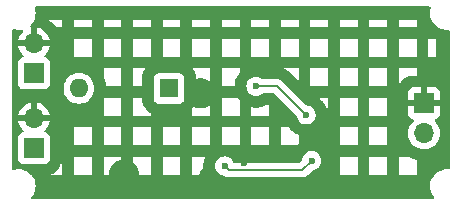
<source format=gbr>
%TF.GenerationSoftware,KiCad,Pcbnew,8.0.6*%
%TF.CreationDate,2025-06-18T20:25:26+05:30*%
%TF.ProjectId,Tiny Solar Suppy,54696e79-2053-46f6-9c61-722053757070,rev?*%
%TF.SameCoordinates,Original*%
%TF.FileFunction,Copper,L2,Bot*%
%TF.FilePolarity,Positive*%
%FSLAX46Y46*%
G04 Gerber Fmt 4.6, Leading zero omitted, Abs format (unit mm)*
G04 Created by KiCad (PCBNEW 8.0.6) date 2025-06-18 20:25:26*
%MOMM*%
%LPD*%
G01*
G04 APERTURE LIST*
%TA.AperFunction,ComponentPad*%
%ADD10R,1.600000X1.600000*%
%TD*%
%TA.AperFunction,ComponentPad*%
%ADD11O,1.600000X1.600000*%
%TD*%
%TA.AperFunction,ComponentPad*%
%ADD12R,1.700000X1.700000*%
%TD*%
%TA.AperFunction,ComponentPad*%
%ADD13O,1.700000X1.700000*%
%TD*%
%TA.AperFunction,ViaPad*%
%ADD14C,0.600000*%
%TD*%
%TA.AperFunction,Conductor*%
%ADD15C,0.200000*%
%TD*%
G04 APERTURE END LIST*
D10*
%TO.P,J3,1,Pin_1*%
%TO.N,Net-(J3-Pin_1)*%
X71745000Y-98425000D03*
D11*
%TO.P,J3,2,Pin_2*%
%TO.N,/BAT_P*%
X64125000Y-98425000D03*
%TD*%
D12*
%TO.P,J1,1,Pin_1*%
%TO.N,GNDD*%
X93345000Y-99695000D03*
D13*
%TO.P,J1,2,Pin_2*%
%TO.N,/OUT_P*%
X93345000Y-102235000D03*
%TD*%
D12*
%TO.P,J2,1,Pin_1*%
%TO.N,/BAT_P*%
X60325000Y-103505000D03*
D13*
%TO.P,J2,2,Pin_2*%
%TO.N,GNDD*%
X60325000Y-100965000D03*
%TD*%
D12*
%TO.P,J4,1,Pin_1*%
%TO.N,/SOLAR_P*%
X60325000Y-97160000D03*
D13*
%TO.P,J4,2,Pin_2*%
%TO.N,GNDD*%
X60325000Y-94620000D03*
%TD*%
D14*
%TO.N,Net-(U1-FB)*%
X76454000Y-105003600D03*
X83820000Y-104560000D03*
%TO.N,GNDD*%
X67945000Y-105725000D03*
X74422000Y-98856800D03*
X84531200Y-102057200D03*
X78105000Y-104775000D03*
X75565000Y-106045000D03*
%TO.N,Net-(J3-Pin_1)*%
X83362800Y-100685600D03*
X79105061Y-98256661D03*
%TD*%
D15*
%TO.N,Net-(U1-FB)*%
X76825400Y-105375000D02*
X76454000Y-105003600D01*
X83005000Y-105375000D02*
X76825400Y-105375000D01*
X83820000Y-104560000D02*
X83005000Y-105375000D01*
%TO.N,Net-(J3-Pin_1)*%
X83362800Y-100685600D02*
X80933861Y-98256661D01*
X80933861Y-98256661D02*
X79105061Y-98256661D01*
%TD*%
%TA.AperFunction,Conductor*%
%TO.N,GNDD*%
G36*
X93862992Y-91510485D02*
G01*
X93908747Y-91563289D01*
X93918691Y-91632447D01*
X93916158Y-91645241D01*
X93865822Y-91844008D01*
X93865818Y-91844028D01*
X93846681Y-92074993D01*
X93846681Y-92075006D01*
X93865818Y-92305971D01*
X93865820Y-92305979D01*
X93922717Y-92530658D01*
X94015817Y-92742905D01*
X94142581Y-92936933D01*
X94142584Y-92936936D01*
X94299558Y-93107455D01*
X94482457Y-93249812D01*
X94482459Y-93249813D01*
X94482462Y-93249815D01*
X94555543Y-93289364D01*
X94686293Y-93360122D01*
X94795899Y-93397750D01*
X94905502Y-93435377D01*
X94905504Y-93435377D01*
X94905506Y-93435378D01*
X95134115Y-93473526D01*
X95134116Y-93473526D01*
X95365883Y-93473526D01*
X95365885Y-93473526D01*
X95365886Y-93473525D01*
X95369755Y-93473205D01*
X95438191Y-93487283D01*
X95488153Y-93536126D01*
X95504000Y-93596781D01*
X95504000Y-105158218D01*
X95484315Y-105225257D01*
X95431511Y-105271012D01*
X95369768Y-105281795D01*
X95365891Y-105281474D01*
X95365885Y-105281474D01*
X95134115Y-105281474D01*
X95108257Y-105285789D01*
X94905502Y-105319622D01*
X94686297Y-105394876D01*
X94686286Y-105394881D01*
X94482462Y-105505184D01*
X94482459Y-105505186D01*
X94299560Y-105647543D01*
X94142581Y-105818066D01*
X94015817Y-106012094D01*
X93922717Y-106224341D01*
X93865820Y-106449020D01*
X93865818Y-106449028D01*
X93846681Y-106679993D01*
X93846681Y-106680006D01*
X93865818Y-106910971D01*
X93865820Y-106910979D01*
X93922717Y-107135658D01*
X94015817Y-107347905D01*
X94142581Y-107541933D01*
X94186478Y-107589617D01*
X94217400Y-107652271D01*
X94209540Y-107721697D01*
X94165393Y-107775853D01*
X94098976Y-107797544D01*
X94095248Y-107797600D01*
X60209752Y-107797600D01*
X60142713Y-107777915D01*
X60096958Y-107725111D01*
X60087014Y-107655953D01*
X60116039Y-107592397D01*
X60118522Y-107589617D01*
X60162416Y-107541936D01*
X60289182Y-107347906D01*
X60382283Y-107135657D01*
X60439180Y-106910979D01*
X60444348Y-106848608D01*
X60458319Y-106680006D01*
X60458319Y-106679993D01*
X60439181Y-106449028D01*
X60439180Y-106449025D01*
X60439180Y-106449021D01*
X60382283Y-106224343D01*
X60289182Y-106012094D01*
X60238537Y-105934576D01*
X60162418Y-105818066D01*
X60135630Y-105788967D01*
X60091289Y-105740800D01*
X61747522Y-105740800D01*
X62720800Y-105740800D01*
X63718800Y-105740800D01*
X65220800Y-105740800D01*
X66218800Y-105740800D01*
X66667006Y-105740800D01*
X66666602Y-105736442D01*
X66666602Y-105713559D01*
X66686267Y-105501342D01*
X66690472Y-105478849D01*
X66748797Y-105273858D01*
X66757063Y-105252521D01*
X66852061Y-105061738D01*
X66864107Y-105042282D01*
X66992545Y-104872204D01*
X67007960Y-104855294D01*
X67165462Y-104711711D01*
X67171201Y-104707377D01*
X68718800Y-104707377D01*
X68724538Y-104711711D01*
X68882040Y-104855294D01*
X68897455Y-104872204D01*
X69025893Y-105042282D01*
X69037939Y-105061738D01*
X69132937Y-105252521D01*
X69141203Y-105273858D01*
X69199528Y-105478849D01*
X69203733Y-105501342D01*
X69223398Y-105713559D01*
X69223398Y-105736442D01*
X69222994Y-105740800D01*
X70220800Y-105740800D01*
X71218800Y-105740800D01*
X72720800Y-105740800D01*
X73718800Y-105740800D01*
X74326988Y-105740800D01*
X74368797Y-105593858D01*
X74377063Y-105572521D01*
X74472061Y-105381738D01*
X74484107Y-105362282D01*
X74612545Y-105192204D01*
X74627960Y-105175295D01*
X74660158Y-105145941D01*
X74653575Y-105087507D01*
X74652990Y-105080579D01*
X74650630Y-105038561D01*
X74650435Y-105031607D01*
X74650435Y-105003596D01*
X75648435Y-105003596D01*
X75648435Y-105003603D01*
X75668630Y-105182849D01*
X75668631Y-105182854D01*
X75728211Y-105353123D01*
X75810800Y-105484561D01*
X75824184Y-105505862D01*
X75951738Y-105633416D01*
X75983081Y-105653110D01*
X76079284Y-105713559D01*
X76104478Y-105729389D01*
X76274745Y-105788968D01*
X76361668Y-105798761D01*
X76426079Y-105825826D01*
X76435464Y-105834300D01*
X76456684Y-105855520D01*
X76543495Y-105905639D01*
X76543497Y-105905641D01*
X76581551Y-105927611D01*
X76593615Y-105934577D01*
X76746343Y-105975501D01*
X76746346Y-105975501D01*
X76912053Y-105975501D01*
X76912069Y-105975500D01*
X82918331Y-105975500D01*
X82918347Y-105975501D01*
X82925943Y-105975501D01*
X83084054Y-105975501D01*
X83084057Y-105975501D01*
X83236785Y-105934577D01*
X83286904Y-105905639D01*
X83373716Y-105855520D01*
X83485520Y-105743716D01*
X83485520Y-105743714D01*
X83488434Y-105740800D01*
X86218800Y-105740800D01*
X87720800Y-105740800D01*
X88718800Y-105740800D01*
X90220800Y-105740800D01*
X91218800Y-105740800D01*
X92720800Y-105740800D01*
X92720800Y-104499092D01*
X92601992Y-104467259D01*
X92596795Y-104465744D01*
X92565560Y-104455895D01*
X92560432Y-104454154D01*
X92519500Y-104439253D01*
X92514465Y-104437295D01*
X92484244Y-104424777D01*
X92479292Y-104422598D01*
X92225663Y-104304328D01*
X92220812Y-104301936D01*
X92191791Y-104286829D01*
X92187051Y-104284229D01*
X92149327Y-104262451D01*
X92144698Y-104259642D01*
X92117084Y-104242050D01*
X92112586Y-104239044D01*
X92112238Y-104238800D01*
X91218800Y-104238800D01*
X91218800Y-105740800D01*
X90220800Y-105740800D01*
X90220800Y-104238800D01*
X88718800Y-104238800D01*
X88718800Y-105740800D01*
X87720800Y-105740800D01*
X87720800Y-104238800D01*
X86218800Y-104238800D01*
X86218800Y-105740800D01*
X83488434Y-105740800D01*
X83495728Y-105733507D01*
X83495730Y-105733504D01*
X83838535Y-105390698D01*
X83899856Y-105357215D01*
X83912311Y-105355163D01*
X83999255Y-105345368D01*
X84169522Y-105285789D01*
X84322262Y-105189816D01*
X84449816Y-105062262D01*
X84545789Y-104909522D01*
X84605368Y-104739255D01*
X84605489Y-104738181D01*
X84625565Y-104560003D01*
X84625565Y-104559996D01*
X84605369Y-104380750D01*
X84605368Y-104380745D01*
X84602932Y-104373784D01*
X84545789Y-104210478D01*
X84449816Y-104057738D01*
X84322262Y-103930184D01*
X84169523Y-103834211D01*
X83999254Y-103774631D01*
X83999249Y-103774630D01*
X83820004Y-103754435D01*
X83819996Y-103754435D01*
X83640750Y-103774630D01*
X83640745Y-103774631D01*
X83470476Y-103834211D01*
X83317737Y-103930184D01*
X83190184Y-104057737D01*
X83094210Y-104210478D01*
X83034630Y-104380750D01*
X83024837Y-104467668D01*
X82997770Y-104532082D01*
X82989299Y-104541465D01*
X82792582Y-104738182D01*
X82731262Y-104771666D01*
X82704903Y-104774500D01*
X77309909Y-104774500D01*
X77242870Y-104754815D01*
X77197115Y-104702011D01*
X77192867Y-104691454D01*
X77188122Y-104677893D01*
X77179789Y-104654078D01*
X77145919Y-104600175D01*
X77100439Y-104527793D01*
X77083816Y-104501338D01*
X76956262Y-104373784D01*
X76835688Y-104298022D01*
X76803523Y-104277811D01*
X76633254Y-104218231D01*
X76633249Y-104218230D01*
X76454004Y-104198035D01*
X76453996Y-104198035D01*
X76274750Y-104218230D01*
X76274745Y-104218231D01*
X76104476Y-104277811D01*
X75951737Y-104373784D01*
X75824184Y-104501337D01*
X75728211Y-104654076D01*
X75668631Y-104824345D01*
X75668630Y-104824350D01*
X75648435Y-105003596D01*
X74650435Y-105003596D01*
X74650435Y-104975593D01*
X74650630Y-104968639D01*
X74652990Y-104926621D01*
X74653575Y-104919692D01*
X74680042Y-104684780D01*
X74681014Y-104677893D01*
X74688062Y-104636409D01*
X74689418Y-104629589D01*
X74701881Y-104574979D01*
X74703619Y-104568242D01*
X74715272Y-104527793D01*
X74717384Y-104521166D01*
X74795465Y-104298022D01*
X74797947Y-104291521D01*
X74814055Y-104252635D01*
X74816895Y-104246288D01*
X74820501Y-104238800D01*
X73718800Y-104238800D01*
X73718800Y-105740800D01*
X72720800Y-105740800D01*
X72720800Y-104238800D01*
X71218800Y-104238800D01*
X71218800Y-105740800D01*
X70220800Y-105740800D01*
X70220800Y-104238800D01*
X68718800Y-104238800D01*
X68718800Y-104707377D01*
X67171201Y-104707377D01*
X67183724Y-104697921D01*
X67364928Y-104585725D01*
X67385411Y-104575525D01*
X67584145Y-104498535D01*
X67606154Y-104492273D01*
X67720800Y-104470841D01*
X67720800Y-104238800D01*
X66218800Y-104238800D01*
X66218800Y-105740800D01*
X65220800Y-105740800D01*
X65220800Y-104238800D01*
X63718800Y-104238800D01*
X63718800Y-105740800D01*
X62720800Y-105740800D01*
X62720800Y-104238800D01*
X62673500Y-104238800D01*
X62673500Y-104416248D01*
X62673455Y-104419572D01*
X62672916Y-104439673D01*
X62672783Y-104442993D01*
X62671351Y-104469680D01*
X62671129Y-104472989D01*
X62669519Y-104492982D01*
X62669208Y-104496285D01*
X62658038Y-104600175D01*
X62656971Y-104607843D01*
X62649064Y-104654029D01*
X62647519Y-104661619D01*
X62633174Y-104722330D01*
X62631158Y-104729809D01*
X62617550Y-104774672D01*
X62615071Y-104782012D01*
X62541413Y-104979502D01*
X62538025Y-104987682D01*
X62515767Y-105036419D01*
X62511805Y-105044333D01*
X62477628Y-105106923D01*
X62473110Y-105114537D01*
X62444146Y-105159604D01*
X62439098Y-105166874D01*
X62310114Y-105339173D01*
X62304561Y-105346064D01*
X62269481Y-105386549D01*
X62263449Y-105393028D01*
X62213028Y-105443449D01*
X62206549Y-105449481D01*
X62166064Y-105484561D01*
X62159173Y-105490114D01*
X61986874Y-105619098D01*
X61979604Y-105624146D01*
X61934537Y-105653110D01*
X61926923Y-105657628D01*
X61864333Y-105691805D01*
X61856419Y-105695767D01*
X61807682Y-105718025D01*
X61799502Y-105721413D01*
X61747522Y-105740800D01*
X60091289Y-105740800D01*
X60005442Y-105647545D01*
X59822543Y-105505188D01*
X59822541Y-105505187D01*
X59822540Y-105505186D01*
X59822537Y-105505184D01*
X59618713Y-105394881D01*
X59618710Y-105394879D01*
X59618707Y-105394878D01*
X59618704Y-105394877D01*
X59618702Y-105394876D01*
X59399497Y-105319622D01*
X59196743Y-105285789D01*
X59170885Y-105281474D01*
X58939115Y-105281474D01*
X58913257Y-105285789D01*
X58710502Y-105319622D01*
X58635063Y-105345521D01*
X58565264Y-105348671D01*
X58504843Y-105313585D01*
X58472982Y-105251402D01*
X58470800Y-105228240D01*
X58470800Y-102607135D01*
X58974500Y-102607135D01*
X58974500Y-104402870D01*
X58974501Y-104402876D01*
X58980908Y-104462483D01*
X59031202Y-104597328D01*
X59031206Y-104597335D01*
X59117452Y-104712544D01*
X59117455Y-104712547D01*
X59232664Y-104798793D01*
X59232671Y-104798797D01*
X59367517Y-104849091D01*
X59367516Y-104849091D01*
X59374444Y-104849835D01*
X59427127Y-104855500D01*
X61222872Y-104855499D01*
X61282483Y-104849091D01*
X61417331Y-104798796D01*
X61532546Y-104712546D01*
X61618796Y-104597331D01*
X61669091Y-104462483D01*
X61675500Y-104402873D01*
X61675499Y-103240800D01*
X63718800Y-103240800D01*
X65220800Y-103240800D01*
X66218800Y-103240800D01*
X67720800Y-103240800D01*
X68718800Y-103240800D01*
X70220800Y-103240800D01*
X71218800Y-103240800D01*
X72720800Y-103240800D01*
X73718800Y-103240800D01*
X75220800Y-103240800D01*
X75220800Y-103220220D01*
X76218800Y-103220220D01*
X76370092Y-103203175D01*
X76377021Y-103202590D01*
X76419039Y-103200230D01*
X76425993Y-103200035D01*
X76482007Y-103200035D01*
X76488961Y-103200230D01*
X76530979Y-103202590D01*
X76537908Y-103203175D01*
X76772820Y-103229642D01*
X76779707Y-103230614D01*
X76821191Y-103237662D01*
X76828011Y-103239018D01*
X76835819Y-103240800D01*
X77720800Y-103240800D01*
X78718800Y-103240800D01*
X80220800Y-103240800D01*
X81218800Y-103240800D01*
X82595738Y-103240800D01*
X86218800Y-103240800D01*
X87720800Y-103240800D01*
X88718800Y-103240800D01*
X90220800Y-103240800D01*
X90220800Y-102234999D01*
X91989341Y-102234999D01*
X91989341Y-102235000D01*
X92009936Y-102470403D01*
X92009938Y-102470413D01*
X92071094Y-102698655D01*
X92071096Y-102698659D01*
X92071097Y-102698663D01*
X92170965Y-102912830D01*
X92170967Y-102912834D01*
X92279281Y-103067521D01*
X92306505Y-103106401D01*
X92473599Y-103273495D01*
X92570384Y-103341265D01*
X92667165Y-103409032D01*
X92667167Y-103409033D01*
X92667170Y-103409035D01*
X92881337Y-103508903D01*
X93109592Y-103570063D01*
X93297918Y-103586539D01*
X93344999Y-103590659D01*
X93345000Y-103590659D01*
X93345001Y-103590659D01*
X93384234Y-103587226D01*
X93580408Y-103570063D01*
X93808663Y-103508903D01*
X94022830Y-103409035D01*
X94216401Y-103273495D01*
X94383495Y-103106401D01*
X94519035Y-102912830D01*
X94618903Y-102698663D01*
X94680063Y-102470408D01*
X94700659Y-102235000D01*
X94680063Y-101999592D01*
X94618903Y-101771337D01*
X94519035Y-101557171D01*
X94472817Y-101491165D01*
X94383496Y-101363600D01*
X94335311Y-101315415D01*
X94261179Y-101241283D01*
X94227696Y-101179963D01*
X94232680Y-101110271D01*
X94274551Y-101054337D01*
X94305529Y-101037422D01*
X94437086Y-100988354D01*
X94437093Y-100988350D01*
X94552187Y-100902190D01*
X94552190Y-100902187D01*
X94638350Y-100787093D01*
X94638354Y-100787086D01*
X94688596Y-100652379D01*
X94688598Y-100652372D01*
X94694999Y-100592844D01*
X94695000Y-100592827D01*
X94695000Y-99945000D01*
X93778012Y-99945000D01*
X93810925Y-99887993D01*
X93845000Y-99760826D01*
X93845000Y-99629174D01*
X93810925Y-99502007D01*
X93778012Y-99445000D01*
X94695000Y-99445000D01*
X94695000Y-98797172D01*
X94694999Y-98797155D01*
X94688598Y-98737627D01*
X94688596Y-98737620D01*
X94638354Y-98602913D01*
X94638350Y-98602906D01*
X94552190Y-98487812D01*
X94552187Y-98487809D01*
X94437093Y-98401649D01*
X94437086Y-98401645D01*
X94302379Y-98351403D01*
X94302372Y-98351401D01*
X94242844Y-98345000D01*
X93595000Y-98345000D01*
X93595000Y-99261988D01*
X93537993Y-99229075D01*
X93410826Y-99195000D01*
X93279174Y-99195000D01*
X93152007Y-99229075D01*
X93095000Y-99261988D01*
X93095000Y-98345000D01*
X92447155Y-98345000D01*
X92387627Y-98351401D01*
X92387620Y-98351403D01*
X92252913Y-98401645D01*
X92252906Y-98401649D01*
X92137812Y-98487809D01*
X92137809Y-98487812D01*
X92051649Y-98602906D01*
X92051645Y-98602913D01*
X92001403Y-98737620D01*
X92001401Y-98737627D01*
X91995000Y-98797155D01*
X91995000Y-99445000D01*
X92911988Y-99445000D01*
X92879075Y-99502007D01*
X92845000Y-99629174D01*
X92845000Y-99760826D01*
X92879075Y-99887993D01*
X92911988Y-99945000D01*
X91995000Y-99945000D01*
X91995000Y-100592844D01*
X92001401Y-100652372D01*
X92001403Y-100652379D01*
X92051645Y-100787086D01*
X92051649Y-100787093D01*
X92137809Y-100902187D01*
X92137812Y-100902190D01*
X92252906Y-100988350D01*
X92252913Y-100988354D01*
X92384470Y-101037421D01*
X92440403Y-101079292D01*
X92464821Y-101144756D01*
X92449970Y-101213029D01*
X92428819Y-101241284D01*
X92306503Y-101363600D01*
X92170965Y-101557169D01*
X92170964Y-101557171D01*
X92071098Y-101771335D01*
X92071094Y-101771344D01*
X92009938Y-101999586D01*
X92009936Y-101999596D01*
X91989341Y-102234999D01*
X90220800Y-102234999D01*
X90220800Y-101738800D01*
X88718800Y-101738800D01*
X88718800Y-103240800D01*
X87720800Y-103240800D01*
X87720800Y-101738800D01*
X86218800Y-101738800D01*
X86218800Y-103240800D01*
X82595738Y-103240800D01*
X82631847Y-103204691D01*
X82636900Y-103199913D01*
X82668276Y-103171873D01*
X82673590Y-103167386D01*
X82717382Y-103132462D01*
X82720800Y-103129889D01*
X82720800Y-102366381D01*
X82657222Y-102344135D01*
X82650721Y-102341653D01*
X82611835Y-102325545D01*
X82605488Y-102322705D01*
X82555021Y-102298401D01*
X82548841Y-102295208D01*
X82512010Y-102274852D01*
X82506020Y-102271319D01*
X82305852Y-102145544D01*
X82300067Y-102141678D01*
X82265739Y-102117320D01*
X82260182Y-102113138D01*
X82216390Y-102078214D01*
X82211076Y-102073727D01*
X82179700Y-102045687D01*
X82174647Y-102040909D01*
X82007491Y-101873753D01*
X82002713Y-101868700D01*
X81974673Y-101837324D01*
X81970186Y-101832010D01*
X81935262Y-101788218D01*
X81931080Y-101782661D01*
X81906722Y-101748333D01*
X81902857Y-101742549D01*
X81900501Y-101738800D01*
X81218800Y-101738800D01*
X81218800Y-103240800D01*
X80220800Y-103240800D01*
X80220800Y-101738800D01*
X78718800Y-101738800D01*
X78718800Y-103240800D01*
X77720800Y-103240800D01*
X77720800Y-101738800D01*
X76218800Y-101738800D01*
X76218800Y-103220220D01*
X75220800Y-103220220D01*
X75220800Y-101738800D01*
X73718800Y-101738800D01*
X73718800Y-103240800D01*
X72720800Y-103240800D01*
X72720800Y-101738800D01*
X71218800Y-101738800D01*
X71218800Y-103240800D01*
X70220800Y-103240800D01*
X70220800Y-101738800D01*
X68718800Y-101738800D01*
X68718800Y-103240800D01*
X67720800Y-103240800D01*
X67720800Y-101738800D01*
X66218800Y-101738800D01*
X66218800Y-103240800D01*
X65220800Y-103240800D01*
X65220800Y-101738800D01*
X63718800Y-101738800D01*
X63718800Y-103240800D01*
X61675499Y-103240800D01*
X61675499Y-102607128D01*
X61669091Y-102547517D01*
X61640331Y-102470408D01*
X61618797Y-102412671D01*
X61618793Y-102412664D01*
X61532547Y-102297455D01*
X61532544Y-102297452D01*
X61417335Y-102211206D01*
X61417328Y-102211202D01*
X61285401Y-102161997D01*
X61229467Y-102120126D01*
X61205050Y-102054662D01*
X61219902Y-101986389D01*
X61241053Y-101958133D01*
X61363108Y-101836078D01*
X61498600Y-101642578D01*
X61598429Y-101428492D01*
X61598432Y-101428486D01*
X61655636Y-101215000D01*
X60758012Y-101215000D01*
X60790925Y-101157993D01*
X60825000Y-101030826D01*
X60825000Y-100899174D01*
X60790925Y-100772007D01*
X60758012Y-100715000D01*
X61655636Y-100715000D01*
X61655635Y-100714999D01*
X61598432Y-100501513D01*
X61598429Y-100501507D01*
X61498600Y-100287422D01*
X61498599Y-100287420D01*
X61363113Y-100093926D01*
X61363108Y-100093920D01*
X61196082Y-99926894D01*
X61002578Y-99791399D01*
X60788492Y-99691570D01*
X60788486Y-99691567D01*
X60575000Y-99634364D01*
X60575000Y-100531988D01*
X60517993Y-100499075D01*
X60390826Y-100465000D01*
X60259174Y-100465000D01*
X60132007Y-100499075D01*
X60075000Y-100531988D01*
X60075000Y-99634364D01*
X60074999Y-99634364D01*
X59861513Y-99691567D01*
X59861507Y-99691570D01*
X59647422Y-99791399D01*
X59647420Y-99791400D01*
X59453926Y-99926886D01*
X59453920Y-99926891D01*
X59286891Y-100093920D01*
X59286886Y-100093926D01*
X59151400Y-100287420D01*
X59151399Y-100287422D01*
X59051570Y-100501507D01*
X59051567Y-100501513D01*
X58994364Y-100714999D01*
X58994364Y-100715000D01*
X59891988Y-100715000D01*
X59859075Y-100772007D01*
X59825000Y-100899174D01*
X59825000Y-101030826D01*
X59859075Y-101157993D01*
X59891988Y-101215000D01*
X58994364Y-101215000D01*
X59051567Y-101428486D01*
X59051570Y-101428492D01*
X59151399Y-101642578D01*
X59286894Y-101836082D01*
X59408946Y-101958134D01*
X59442431Y-102019457D01*
X59437447Y-102089149D01*
X59395575Y-102145082D01*
X59364598Y-102161997D01*
X59232671Y-102211202D01*
X59232664Y-102211206D01*
X59117455Y-102297452D01*
X59117452Y-102297455D01*
X59031206Y-102412664D01*
X59031202Y-102412671D01*
X58980908Y-102547517D01*
X58974501Y-102607116D01*
X58974501Y-102607123D01*
X58974500Y-102607135D01*
X58470800Y-102607135D01*
X58470800Y-93526759D01*
X58490485Y-93459720D01*
X58543289Y-93413965D01*
X58612447Y-93404021D01*
X58635057Y-93409476D01*
X58710506Y-93435378D01*
X58939115Y-93473526D01*
X58939116Y-93473526D01*
X59170884Y-93473526D01*
X59170885Y-93473526D01*
X59258892Y-93458840D01*
X59328255Y-93467222D01*
X59382077Y-93511774D01*
X59403268Y-93578353D01*
X59385101Y-93645819D01*
X59366982Y-93668830D01*
X59286886Y-93748926D01*
X59151400Y-93942420D01*
X59151399Y-93942422D01*
X59051570Y-94156507D01*
X59051567Y-94156513D01*
X58994364Y-94369999D01*
X58994364Y-94370000D01*
X59891988Y-94370000D01*
X59859075Y-94427007D01*
X59825000Y-94554174D01*
X59825000Y-94685826D01*
X59859075Y-94812993D01*
X59891988Y-94870000D01*
X58994364Y-94870000D01*
X59051567Y-95083486D01*
X59051570Y-95083492D01*
X59151399Y-95297578D01*
X59286894Y-95491082D01*
X59408946Y-95613134D01*
X59442431Y-95674457D01*
X59437447Y-95744149D01*
X59395575Y-95800082D01*
X59364598Y-95816997D01*
X59232671Y-95866202D01*
X59232664Y-95866206D01*
X59117455Y-95952452D01*
X59117452Y-95952455D01*
X59031206Y-96067664D01*
X59031202Y-96067671D01*
X58980908Y-96202517D01*
X58974501Y-96262116D01*
X58974501Y-96262123D01*
X58974500Y-96262135D01*
X58974500Y-98057870D01*
X58974501Y-98057876D01*
X58980908Y-98117483D01*
X59031202Y-98252328D01*
X59031206Y-98252335D01*
X59117452Y-98367544D01*
X59117455Y-98367547D01*
X59232664Y-98453793D01*
X59232671Y-98453797D01*
X59367517Y-98504091D01*
X59367516Y-98504091D01*
X59374444Y-98504835D01*
X59427127Y-98510500D01*
X61222872Y-98510499D01*
X61282483Y-98504091D01*
X61417331Y-98453796D01*
X61455800Y-98424998D01*
X62819532Y-98424998D01*
X62819532Y-98425001D01*
X62839364Y-98651686D01*
X62839366Y-98651697D01*
X62898258Y-98871488D01*
X62898261Y-98871497D01*
X62994431Y-99077732D01*
X62994432Y-99077734D01*
X63124954Y-99264141D01*
X63285858Y-99425045D01*
X63285861Y-99425047D01*
X63472266Y-99555568D01*
X63678504Y-99651739D01*
X63898308Y-99710635D01*
X64060230Y-99724801D01*
X64124998Y-99730468D01*
X64125000Y-99730468D01*
X64125002Y-99730468D01*
X64181807Y-99725498D01*
X64351692Y-99710635D01*
X64571496Y-99651739D01*
X64777734Y-99555568D01*
X64964139Y-99425047D01*
X65015641Y-99373545D01*
X66218800Y-99373545D01*
X66218800Y-100740800D01*
X67720800Y-100740800D01*
X68718800Y-100740800D01*
X70220800Y-100740800D01*
X70220800Y-100542766D01*
X70193077Y-100527628D01*
X70185463Y-100523110D01*
X70140396Y-100494146D01*
X70133126Y-100489098D01*
X69960827Y-100360114D01*
X69953936Y-100354561D01*
X69913451Y-100319481D01*
X69906972Y-100313449D01*
X69856551Y-100263028D01*
X69850519Y-100256549D01*
X69815439Y-100216064D01*
X69809886Y-100209173D01*
X69771200Y-100157496D01*
X73718800Y-100157496D01*
X73718800Y-100740800D01*
X75220800Y-100740800D01*
X76218800Y-100740800D01*
X77720800Y-100740800D01*
X77720800Y-100018447D01*
X78718800Y-100018447D01*
X78718800Y-100740800D01*
X80220800Y-100740800D01*
X80220800Y-99855161D01*
X79939118Y-99855161D01*
X79919020Y-99866269D01*
X79912840Y-99869462D01*
X79862373Y-99893766D01*
X79856026Y-99896606D01*
X79817140Y-99912714D01*
X79810639Y-99915196D01*
X79587495Y-99993277D01*
X79580868Y-99995389D01*
X79540419Y-100007042D01*
X79533682Y-100008780D01*
X79479072Y-100021243D01*
X79472252Y-100022599D01*
X79430768Y-100029647D01*
X79423881Y-100030619D01*
X79188969Y-100057086D01*
X79182040Y-100057671D01*
X79140022Y-100060031D01*
X79133068Y-100060226D01*
X79077054Y-100060226D01*
X79070100Y-100060031D01*
X79028082Y-100057671D01*
X79021153Y-100057086D01*
X78786241Y-100030619D01*
X78779354Y-100029647D01*
X78737870Y-100022599D01*
X78731050Y-100021243D01*
X78718800Y-100018447D01*
X77720800Y-100018447D01*
X77720800Y-99412710D01*
X77716934Y-99408385D01*
X77712447Y-99403071D01*
X77677523Y-99359279D01*
X77673341Y-99353722D01*
X77648983Y-99319394D01*
X77645118Y-99313610D01*
X77598111Y-99238800D01*
X76218800Y-99238800D01*
X76218800Y-100740800D01*
X75220800Y-100740800D01*
X75220800Y-99852529D01*
X75201538Y-99870089D01*
X75183276Y-99883879D01*
X75002072Y-99996075D01*
X74981589Y-100006275D01*
X74782855Y-100083265D01*
X74760846Y-100089527D01*
X74551348Y-100128689D01*
X74528563Y-100130800D01*
X74315437Y-100130800D01*
X74292652Y-100128689D01*
X74083154Y-100089527D01*
X74061145Y-100083265D01*
X73862411Y-100006275D01*
X73841928Y-99996075D01*
X73837469Y-99993314D01*
X73814146Y-100029604D01*
X73809098Y-100036875D01*
X73718800Y-100157496D01*
X69771200Y-100157496D01*
X69680902Y-100036874D01*
X69675854Y-100029604D01*
X69646890Y-99984537D01*
X69642372Y-99976923D01*
X69608195Y-99914333D01*
X69604233Y-99906419D01*
X69581975Y-99857682D01*
X69578587Y-99849502D01*
X69504931Y-99652018D01*
X69502452Y-99644679D01*
X69488847Y-99599828D01*
X69486832Y-99592352D01*
X69472484Y-99531637D01*
X69470939Y-99524045D01*
X69463028Y-99477840D01*
X69461959Y-99470167D01*
X69450788Y-99366245D01*
X69450477Y-99362936D01*
X69448865Y-99342899D01*
X69448643Y-99339587D01*
X69447214Y-99312905D01*
X69447081Y-99309587D01*
X69446545Y-99289536D01*
X69446501Y-99286222D01*
X69446501Y-99238800D01*
X68718800Y-99238800D01*
X68718800Y-100740800D01*
X67720800Y-100740800D01*
X67720800Y-99238800D01*
X66279952Y-99238800D01*
X66267611Y-99268592D01*
X66265433Y-99273541D01*
X66218800Y-99373545D01*
X65015641Y-99373545D01*
X65125047Y-99264139D01*
X65255568Y-99077734D01*
X65351739Y-98871496D01*
X65410635Y-98651692D01*
X65429513Y-98435915D01*
X65430468Y-98425001D01*
X65430468Y-98424998D01*
X65415740Y-98256657D01*
X65410635Y-98198308D01*
X65351739Y-97978504D01*
X65255568Y-97772266D01*
X65125047Y-97585861D01*
X65125045Y-97585858D01*
X65015640Y-97476453D01*
X66218800Y-97476453D01*
X66265433Y-97576459D01*
X66267611Y-97581408D01*
X66280130Y-97611629D01*
X66282089Y-97616667D01*
X66296990Y-97657599D01*
X66298731Y-97662727D01*
X66308580Y-97693962D01*
X66310095Y-97699159D01*
X66380267Y-97961049D01*
X66381553Y-97966304D01*
X66388638Y-97998263D01*
X66389693Y-98003570D01*
X66397256Y-98046465D01*
X66398079Y-98051812D01*
X66402350Y-98084256D01*
X66402939Y-98089633D01*
X66416164Y-98240800D01*
X67720800Y-98240800D01*
X68718800Y-98240800D01*
X69446500Y-98240800D01*
X69446500Y-97577135D01*
X70444500Y-97577135D01*
X70444500Y-99272870D01*
X70444501Y-99272876D01*
X70450908Y-99332483D01*
X70501202Y-99467328D01*
X70501206Y-99467335D01*
X70587452Y-99582544D01*
X70587455Y-99582547D01*
X70702664Y-99668793D01*
X70702671Y-99668797D01*
X70837517Y-99719091D01*
X70837516Y-99719091D01*
X70844444Y-99719835D01*
X70897127Y-99725500D01*
X72592872Y-99725499D01*
X72652483Y-99719091D01*
X72787331Y-99668796D01*
X72902546Y-99582546D01*
X72988796Y-99467331D01*
X73039091Y-99332483D01*
X73045500Y-99272873D01*
X73045499Y-98256657D01*
X78299496Y-98256657D01*
X78299496Y-98256664D01*
X78319691Y-98435910D01*
X78319692Y-98435915D01*
X78379272Y-98606184D01*
X78407863Y-98651686D01*
X78475245Y-98758923D01*
X78602799Y-98886477D01*
X78755539Y-98982450D01*
X78925806Y-99042029D01*
X78925811Y-99042030D01*
X79105057Y-99062226D01*
X79105061Y-99062226D01*
X79105065Y-99062226D01*
X79284310Y-99042030D01*
X79284313Y-99042029D01*
X79284316Y-99042029D01*
X79454583Y-98982450D01*
X79607323Y-98886477D01*
X79607328Y-98886471D01*
X79610158Y-98884216D01*
X79612336Y-98883326D01*
X79613219Y-98882772D01*
X79613316Y-98882926D01*
X79674844Y-98857806D01*
X79687473Y-98857161D01*
X80633764Y-98857161D01*
X80700803Y-98876846D01*
X80721445Y-98893480D01*
X82532098Y-100704133D01*
X82565583Y-100765456D01*
X82567637Y-100777930D01*
X82577430Y-100864849D01*
X82637010Y-101035121D01*
X82653249Y-101060965D01*
X82732984Y-101187862D01*
X82860538Y-101315416D01*
X83013278Y-101411389D01*
X83183545Y-101470968D01*
X83183550Y-101470969D01*
X83362796Y-101491165D01*
X83362800Y-101491165D01*
X83362804Y-101491165D01*
X83542049Y-101470969D01*
X83542052Y-101470968D01*
X83542055Y-101470968D01*
X83712322Y-101411389D01*
X83865062Y-101315416D01*
X83992616Y-101187862D01*
X84088589Y-101035122D01*
X84148168Y-100864855D01*
X84156930Y-100787093D01*
X84168365Y-100685603D01*
X84168365Y-100685596D01*
X84148169Y-100506350D01*
X84148168Y-100506345D01*
X84099332Y-100366780D01*
X84088589Y-100336078D01*
X84078160Y-100319481D01*
X84038888Y-100256979D01*
X83992616Y-100183338D01*
X83865062Y-100055784D01*
X83823397Y-100029604D01*
X83712321Y-99959810D01*
X83542049Y-99900230D01*
X83455130Y-99890437D01*
X83390716Y-99863370D01*
X83381333Y-99854898D01*
X82765235Y-99238800D01*
X84438609Y-99238800D01*
X84459861Y-99253880D01*
X84465418Y-99258062D01*
X84509210Y-99292986D01*
X84514524Y-99297473D01*
X84545900Y-99325513D01*
X84550953Y-99330291D01*
X84718109Y-99497447D01*
X84722887Y-99502500D01*
X84750927Y-99533876D01*
X84755414Y-99539190D01*
X84790338Y-99582982D01*
X84794520Y-99588539D01*
X84818878Y-99622867D01*
X84822744Y-99628652D01*
X84948519Y-99828820D01*
X84952052Y-99834810D01*
X84972408Y-99871641D01*
X84975601Y-99877821D01*
X84999905Y-99928288D01*
X85002745Y-99934635D01*
X85018853Y-99973521D01*
X85021335Y-99980022D01*
X85099416Y-100203166D01*
X85101528Y-100209793D01*
X85113181Y-100250242D01*
X85114919Y-100256979D01*
X85127382Y-100311589D01*
X85128738Y-100318409D01*
X85135786Y-100359893D01*
X85136758Y-100366780D01*
X85163225Y-100601692D01*
X85163810Y-100608621D01*
X85166170Y-100650639D01*
X85166365Y-100657593D01*
X85166365Y-100713607D01*
X85166170Y-100720561D01*
X85165033Y-100740800D01*
X85220800Y-100740800D01*
X86218800Y-100740800D01*
X87720800Y-100740800D01*
X88718800Y-100740800D01*
X90220800Y-100740800D01*
X90220800Y-99238800D01*
X88718800Y-99238800D01*
X88718800Y-100740800D01*
X87720800Y-100740800D01*
X87720800Y-99238800D01*
X86218800Y-99238800D01*
X86218800Y-100740800D01*
X85220800Y-100740800D01*
X85220800Y-99238800D01*
X84438609Y-99238800D01*
X82765235Y-99238800D01*
X81767235Y-98240800D01*
X83718800Y-98240800D01*
X85220800Y-98240800D01*
X86218800Y-98240800D01*
X87720800Y-98240800D01*
X88718800Y-98240800D01*
X90220800Y-98240800D01*
X90220800Y-98052303D01*
X91218800Y-98052303D01*
X91226297Y-98040638D01*
X91231345Y-98033368D01*
X91360243Y-97861184D01*
X91365796Y-97854293D01*
X91400876Y-97813808D01*
X91406908Y-97807329D01*
X91457329Y-97756908D01*
X91463808Y-97750876D01*
X91504293Y-97715796D01*
X91511184Y-97710243D01*
X91683368Y-97581345D01*
X91690638Y-97576297D01*
X91735705Y-97547333D01*
X91743319Y-97542815D01*
X91805909Y-97508638D01*
X91813823Y-97504677D01*
X91862559Y-97482419D01*
X91870739Y-97479030D01*
X92068096Y-97405421D01*
X92075436Y-97402942D01*
X92120305Y-97389332D01*
X92127788Y-97387315D01*
X92188499Y-97372972D01*
X92196084Y-97371428D01*
X92242262Y-97363522D01*
X92249931Y-97362455D01*
X92353783Y-97351289D01*
X92357095Y-97350977D01*
X92377144Y-97349364D01*
X92380458Y-97349142D01*
X92407145Y-97347713D01*
X92410461Y-97347580D01*
X92430509Y-97347044D01*
X92433823Y-97347000D01*
X92720800Y-97347000D01*
X92720800Y-96738800D01*
X91218800Y-96738800D01*
X91218800Y-98052303D01*
X90220800Y-98052303D01*
X90220800Y-96738800D01*
X88718800Y-96738800D01*
X88718800Y-98240800D01*
X87720800Y-98240800D01*
X87720800Y-96738800D01*
X86218800Y-96738800D01*
X86218800Y-98240800D01*
X85220800Y-98240800D01*
X85220800Y-96738800D01*
X83718800Y-96738800D01*
X83718800Y-98240800D01*
X81767235Y-98240800D01*
X81421451Y-97895016D01*
X81421449Y-97895013D01*
X81302578Y-97776142D01*
X81302570Y-97776136D01*
X81200797Y-97717378D01*
X81200795Y-97717377D01*
X81165651Y-97697086D01*
X81165650Y-97697085D01*
X81153124Y-97693728D01*
X81012918Y-97656160D01*
X80854804Y-97656160D01*
X80847208Y-97656160D01*
X80847192Y-97656161D01*
X79687473Y-97656161D01*
X79620434Y-97636476D01*
X79610158Y-97629106D01*
X79607324Y-97626846D01*
X79607323Y-97626845D01*
X79542093Y-97585858D01*
X79454584Y-97530872D01*
X79284315Y-97471292D01*
X79284310Y-97471291D01*
X79105065Y-97451096D01*
X79105057Y-97451096D01*
X78925811Y-97471291D01*
X78925806Y-97471292D01*
X78755537Y-97530872D01*
X78602798Y-97626845D01*
X78475245Y-97754398D01*
X78379272Y-97907137D01*
X78319692Y-98077406D01*
X78319691Y-98077411D01*
X78299496Y-98256657D01*
X73045499Y-98256657D01*
X73045499Y-98240800D01*
X76218800Y-98240800D01*
X77301496Y-98240800D01*
X77301496Y-98228654D01*
X77301691Y-98221700D01*
X77304051Y-98179682D01*
X77304636Y-98172753D01*
X77331103Y-97937841D01*
X77332075Y-97930954D01*
X77339123Y-97889470D01*
X77340479Y-97882650D01*
X77352942Y-97828040D01*
X77354680Y-97821303D01*
X77366333Y-97780854D01*
X77368445Y-97774227D01*
X77446526Y-97551083D01*
X77449008Y-97544582D01*
X77465116Y-97505696D01*
X77467956Y-97499349D01*
X77492260Y-97448882D01*
X77495453Y-97442702D01*
X77515809Y-97405871D01*
X77519342Y-97399881D01*
X77645117Y-97199713D01*
X77648983Y-97193928D01*
X77673341Y-97159600D01*
X77677523Y-97154043D01*
X77712447Y-97110251D01*
X77716934Y-97104937D01*
X77720800Y-97100611D01*
X77720800Y-96738800D01*
X81445257Y-96738800D01*
X81455509Y-96741547D01*
X81463272Y-96743902D01*
X81509757Y-96759681D01*
X81517348Y-96762538D01*
X81577735Y-96787548D01*
X81585131Y-96790899D01*
X81629189Y-96812626D01*
X81636345Y-96816451D01*
X81699793Y-96853083D01*
X81829880Y-96928188D01*
X81836773Y-96932474D01*
X81877612Y-96959763D01*
X81884208Y-96964490D01*
X81936061Y-97004280D01*
X81942332Y-97009427D01*
X81979243Y-97041798D01*
X81985164Y-97047343D01*
X82153334Y-97215512D01*
X82153362Y-97215543D01*
X82720800Y-97782981D01*
X82720800Y-96738800D01*
X81445257Y-96738800D01*
X77720800Y-96738800D01*
X76218800Y-96738800D01*
X76218800Y-98240800D01*
X73045499Y-98240800D01*
X73045499Y-97577128D01*
X73039091Y-97517517D01*
X73036441Y-97510413D01*
X72988797Y-97382671D01*
X72988793Y-97382664D01*
X72902547Y-97267455D01*
X72902544Y-97267452D01*
X72787335Y-97181206D01*
X72787328Y-97181202D01*
X72652482Y-97130908D01*
X72652483Y-97130908D01*
X72592883Y-97124501D01*
X72592881Y-97124500D01*
X72592873Y-97124500D01*
X72592864Y-97124500D01*
X70897129Y-97124500D01*
X70897123Y-97124501D01*
X70837516Y-97130908D01*
X70702671Y-97181202D01*
X70702664Y-97181206D01*
X70587455Y-97267452D01*
X70587452Y-97267455D01*
X70501206Y-97382664D01*
X70501202Y-97382671D01*
X70450908Y-97517517D01*
X70445938Y-97563752D01*
X70444501Y-97577123D01*
X70444500Y-97577135D01*
X69446500Y-97577135D01*
X69446500Y-97563752D01*
X69446545Y-97560428D01*
X69447084Y-97540327D01*
X69447217Y-97537007D01*
X69448649Y-97510320D01*
X69448871Y-97507011D01*
X69450481Y-97487018D01*
X69450792Y-97483715D01*
X69461962Y-97379825D01*
X69463029Y-97372157D01*
X69470936Y-97325971D01*
X69472481Y-97318381D01*
X69486826Y-97257670D01*
X69488842Y-97250191D01*
X69502450Y-97205328D01*
X69504929Y-97197988D01*
X69578587Y-97000498D01*
X69581975Y-96992318D01*
X69604233Y-96943581D01*
X69608195Y-96935667D01*
X69642372Y-96873077D01*
X69646890Y-96865463D01*
X69675854Y-96820396D01*
X69680902Y-96813126D01*
X69736543Y-96738800D01*
X73753457Y-96738800D01*
X73809098Y-96813126D01*
X73814146Y-96820396D01*
X73843110Y-96865463D01*
X73847628Y-96873077D01*
X73881805Y-96935667D01*
X73885767Y-96943581D01*
X73908025Y-96992318D01*
X73911413Y-97000498D01*
X73985069Y-97197982D01*
X73987548Y-97205321D01*
X74001153Y-97250172D01*
X74003168Y-97257648D01*
X74017516Y-97318363D01*
X74019061Y-97325955D01*
X74026972Y-97372160D01*
X74028041Y-97379833D01*
X74039212Y-97483755D01*
X74039523Y-97487064D01*
X74041135Y-97507101D01*
X74041357Y-97510413D01*
X74042786Y-97537095D01*
X74042919Y-97540413D01*
X74043455Y-97560464D01*
X74043499Y-97563778D01*
X74043499Y-97637171D01*
X74061145Y-97630335D01*
X74083154Y-97624073D01*
X74292652Y-97584911D01*
X74315437Y-97582800D01*
X74528563Y-97582800D01*
X74551348Y-97584911D01*
X74760846Y-97624073D01*
X74782855Y-97630335D01*
X74981589Y-97707325D01*
X75002072Y-97717525D01*
X75183276Y-97829721D01*
X75201538Y-97843511D01*
X75220800Y-97861070D01*
X75220800Y-96738800D01*
X73753457Y-96738800D01*
X69736543Y-96738800D01*
X68718800Y-96738800D01*
X68718800Y-98240800D01*
X67720800Y-98240800D01*
X67720800Y-96738800D01*
X66218800Y-96738800D01*
X66218800Y-97476453D01*
X65015640Y-97476453D01*
X64964141Y-97424954D01*
X64777734Y-97294432D01*
X64777732Y-97294431D01*
X64571497Y-97198261D01*
X64571488Y-97198258D01*
X64351697Y-97139366D01*
X64351693Y-97139365D01*
X64351692Y-97139365D01*
X64351691Y-97139364D01*
X64351686Y-97139364D01*
X64125002Y-97119532D01*
X64124998Y-97119532D01*
X63898313Y-97139364D01*
X63898302Y-97139366D01*
X63678511Y-97198258D01*
X63678502Y-97198261D01*
X63472267Y-97294431D01*
X63472265Y-97294432D01*
X63285858Y-97424954D01*
X63124954Y-97585858D01*
X62994432Y-97772265D01*
X62994431Y-97772267D01*
X62898261Y-97978502D01*
X62898258Y-97978511D01*
X62839366Y-98198302D01*
X62839364Y-98198313D01*
X62819532Y-98424998D01*
X61455800Y-98424998D01*
X61532546Y-98367546D01*
X61618796Y-98252331D01*
X61669091Y-98117483D01*
X61675500Y-98057873D01*
X61675499Y-96262128D01*
X61669091Y-96202517D01*
X61618796Y-96067669D01*
X61618795Y-96067668D01*
X61618793Y-96067664D01*
X61532547Y-95952455D01*
X61532544Y-95952452D01*
X61417335Y-95866206D01*
X61417328Y-95866202D01*
X61285401Y-95816997D01*
X61229467Y-95775126D01*
X61216664Y-95740800D01*
X63718800Y-95740800D01*
X65220800Y-95740800D01*
X66218800Y-95740800D01*
X67720800Y-95740800D01*
X68718800Y-95740800D01*
X70220800Y-95740800D01*
X71218800Y-95740800D01*
X72720800Y-95740800D01*
X73718800Y-95740800D01*
X75220800Y-95740800D01*
X76218800Y-95740800D01*
X77720800Y-95740800D01*
X78718800Y-95740800D01*
X80220800Y-95740800D01*
X81218800Y-95740800D01*
X82720800Y-95740800D01*
X83718800Y-95740800D01*
X85220800Y-95740800D01*
X86218800Y-95740800D01*
X87720800Y-95740800D01*
X88718800Y-95740800D01*
X90220800Y-95740800D01*
X91218800Y-95740800D01*
X92720800Y-95740800D01*
X93718800Y-95740800D01*
X94380000Y-95740800D01*
X94380000Y-94310142D01*
X94342738Y-94297351D01*
X94337928Y-94295589D01*
X94309061Y-94284326D01*
X94304327Y-94282365D01*
X94266538Y-94265791D01*
X94261886Y-94263635D01*
X94234012Y-94250009D01*
X94229453Y-94247662D01*
X94213077Y-94238800D01*
X93718800Y-94238800D01*
X93718800Y-95740800D01*
X92720800Y-95740800D01*
X92720800Y-94238800D01*
X91218800Y-94238800D01*
X91218800Y-95740800D01*
X90220800Y-95740800D01*
X90220800Y-94238800D01*
X88718800Y-94238800D01*
X88718800Y-95740800D01*
X87720800Y-95740800D01*
X87720800Y-94238800D01*
X86218800Y-94238800D01*
X86218800Y-95740800D01*
X85220800Y-95740800D01*
X85220800Y-94238800D01*
X83718800Y-94238800D01*
X83718800Y-95740800D01*
X82720800Y-95740800D01*
X82720800Y-94238800D01*
X81218800Y-94238800D01*
X81218800Y-95740800D01*
X80220800Y-95740800D01*
X80220800Y-94238800D01*
X78718800Y-94238800D01*
X78718800Y-95740800D01*
X77720800Y-95740800D01*
X77720800Y-94238800D01*
X76218800Y-94238800D01*
X76218800Y-95740800D01*
X75220800Y-95740800D01*
X75220800Y-94238800D01*
X73718800Y-94238800D01*
X73718800Y-95740800D01*
X72720800Y-95740800D01*
X72720800Y-94238800D01*
X71218800Y-94238800D01*
X71218800Y-95740800D01*
X70220800Y-95740800D01*
X70220800Y-94238800D01*
X68718800Y-94238800D01*
X68718800Y-95740800D01*
X67720800Y-95740800D01*
X67720800Y-94238800D01*
X66218800Y-94238800D01*
X66218800Y-95740800D01*
X65220800Y-95740800D01*
X65220800Y-94238800D01*
X63718800Y-94238800D01*
X63718800Y-95740800D01*
X61216664Y-95740800D01*
X61205050Y-95709662D01*
X61219902Y-95641389D01*
X61241053Y-95613133D01*
X61363108Y-95491078D01*
X61498600Y-95297578D01*
X61598429Y-95083492D01*
X61598432Y-95083486D01*
X61655636Y-94870000D01*
X60758012Y-94870000D01*
X60790925Y-94812993D01*
X60825000Y-94685826D01*
X60825000Y-94554174D01*
X60790925Y-94427007D01*
X60758012Y-94370000D01*
X61655636Y-94370000D01*
X61655635Y-94369999D01*
X61598432Y-94156513D01*
X61598429Y-94156507D01*
X61498600Y-93942422D01*
X61498599Y-93942420D01*
X61363113Y-93748926D01*
X61363108Y-93748920D01*
X61196082Y-93581894D01*
X61002578Y-93446399D01*
X60788492Y-93346570D01*
X60788486Y-93346567D01*
X60575000Y-93289364D01*
X60575000Y-94186988D01*
X60517993Y-94154075D01*
X60390826Y-94120000D01*
X60259174Y-94120000D01*
X60132007Y-94154075D01*
X60075000Y-94186988D01*
X60075000Y-93289364D01*
X60043704Y-93265350D01*
X60002502Y-93208922D01*
X59998347Y-93139176D01*
X60027961Y-93082992D01*
X60162416Y-92936936D01*
X60289182Y-92742906D01*
X60345374Y-92614800D01*
X61554783Y-92614800D01*
X61557166Y-92616393D01*
X61786346Y-92776869D01*
X61790706Y-92780065D01*
X61816665Y-92799983D01*
X61820885Y-92803370D01*
X61854252Y-92831367D01*
X61858320Y-92834935D01*
X61882458Y-92857053D01*
X61886367Y-92860795D01*
X62084196Y-93058623D01*
X62087938Y-93062531D01*
X62110038Y-93086649D01*
X62113601Y-93090712D01*
X62141602Y-93124079D01*
X62144988Y-93128298D01*
X62164925Y-93154278D01*
X62168128Y-93158646D01*
X62225652Y-93240800D01*
X62720800Y-93240800D01*
X63718800Y-93240800D01*
X65220800Y-93240800D01*
X66218800Y-93240800D01*
X67720800Y-93240800D01*
X68718800Y-93240800D01*
X70220800Y-93240800D01*
X71218800Y-93240800D01*
X72720800Y-93240800D01*
X73718800Y-93240800D01*
X75220800Y-93240800D01*
X76218800Y-93240800D01*
X77720800Y-93240800D01*
X78718800Y-93240800D01*
X80220800Y-93240800D01*
X81218800Y-93240800D01*
X82720800Y-93240800D01*
X83718800Y-93240800D01*
X85220800Y-93240800D01*
X86218800Y-93240800D01*
X87720800Y-93240800D01*
X88718800Y-93240800D01*
X90220800Y-93240800D01*
X91218800Y-93240800D01*
X92720800Y-93240800D01*
X92720800Y-92614800D01*
X91218800Y-92614800D01*
X91218800Y-93240800D01*
X90220800Y-93240800D01*
X90220800Y-92614800D01*
X88718800Y-92614800D01*
X88718800Y-93240800D01*
X87720800Y-93240800D01*
X87720800Y-92614800D01*
X86218800Y-92614800D01*
X86218800Y-93240800D01*
X85220800Y-93240800D01*
X85220800Y-92614800D01*
X83718800Y-92614800D01*
X83718800Y-93240800D01*
X82720800Y-93240800D01*
X82720800Y-92614800D01*
X81218800Y-92614800D01*
X81218800Y-93240800D01*
X80220800Y-93240800D01*
X80220800Y-92614800D01*
X78718800Y-92614800D01*
X78718800Y-93240800D01*
X77720800Y-93240800D01*
X77720800Y-92614800D01*
X76218800Y-92614800D01*
X76218800Y-93240800D01*
X75220800Y-93240800D01*
X75220800Y-92614800D01*
X73718800Y-92614800D01*
X73718800Y-93240800D01*
X72720800Y-93240800D01*
X72720800Y-92614800D01*
X71218800Y-92614800D01*
X71218800Y-93240800D01*
X70220800Y-93240800D01*
X70220800Y-92614800D01*
X68718800Y-92614800D01*
X68718800Y-93240800D01*
X67720800Y-93240800D01*
X67720800Y-92614800D01*
X66218800Y-92614800D01*
X66218800Y-93240800D01*
X65220800Y-93240800D01*
X65220800Y-92614800D01*
X63718800Y-92614800D01*
X63718800Y-93240800D01*
X62720800Y-93240800D01*
X62720800Y-92614800D01*
X61554783Y-92614800D01*
X60345374Y-92614800D01*
X60382283Y-92530657D01*
X60439180Y-92305979D01*
X60439181Y-92305971D01*
X60458319Y-92075006D01*
X60458319Y-92074993D01*
X60439181Y-91844028D01*
X60439177Y-91844008D01*
X60388842Y-91645241D01*
X60391466Y-91575420D01*
X60431422Y-91518103D01*
X60496023Y-91491486D01*
X60509047Y-91490800D01*
X93795953Y-91490800D01*
X93862992Y-91510485D01*
G37*
%TD.AperFunction*%
%TD*%
M02*

</source>
